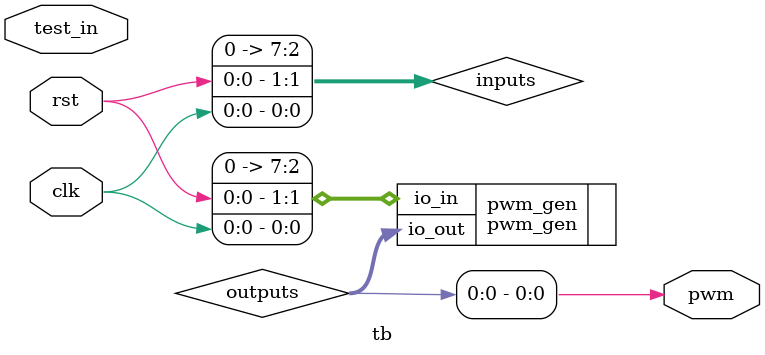
<source format=v>
`default_nettype none
`timescale 1ns/1ps

/*
this testbench just instantiates the module and makes some convenient wires
that can be driven / tested by the cocotb test.py
*/

module tb (
    // testbench is controlled by test.py
    input clk,
    input rst,
    input test_in,
    output pwm
   );

    // this part dumps the trace to a vcd file that can be viewed with GTKWave
    initial begin
        $dumpfile ("tb.vcd");
        $dumpvars (0, tb);
        #1;
    end

    // wire up the inputs and outputs
    wire [7:0] inputs = {6'b0, rst, clk};
    wire [7:0] outputs;
    assign pwm = outputs[0];
    // instantiate the DUT
    pwm_gen pwm_gen(
        .io_in  (inputs),
        .io_out (outputs)
        );

endmodule

</source>
